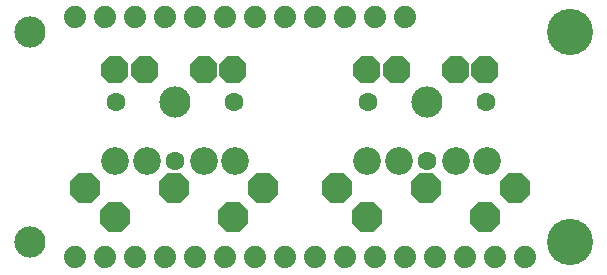
<source format=gbr>
G04 EAGLE Gerber RS-274X export*
G75*
%MOMM*%
%FSLAX34Y34*%
%LPD*%
%INSoldermask Bottom*%
%IPPOS*%
%AMOC8*
5,1,8,0,0,1.08239X$1,22.5*%
G01*
%ADD10C,2.641600*%
%ADD11C,3.911600*%
%ADD12C,1.879600*%
%ADD13P,2.815946X8X22.500000*%
%ADD14P,2.815946X8X292.500000*%
%ADD15P,2.474344X8X22.500000*%
%ADD16C,2.351600*%
%ADD17C,1.601600*%


D10*
X25400Y203200D03*
X25400Y25400D03*
D11*
X482600Y203200D03*
X482600Y25400D03*
D12*
X342900Y215900D03*
X317500Y215900D03*
X292100Y215900D03*
X266700Y215900D03*
X241300Y215900D03*
X215900Y215900D03*
X190500Y215900D03*
X165100Y215900D03*
X139700Y215900D03*
X114300Y215900D03*
X88900Y215900D03*
X63500Y215900D03*
X342900Y12700D03*
X317500Y12700D03*
X292100Y12700D03*
X266700Y12700D03*
X241300Y12700D03*
X215900Y12700D03*
X190500Y12700D03*
X165100Y12700D03*
X139700Y12700D03*
X114300Y12700D03*
X88900Y12700D03*
X63500Y12700D03*
X368300Y12700D03*
X393700Y12700D03*
X419100Y12700D03*
X444500Y12700D03*
D13*
X222320Y71450D03*
D14*
X147320Y71450D03*
D13*
X72320Y71450D03*
X197320Y46450D03*
X97320Y46450D03*
D15*
X122320Y171450D03*
X97320Y171450D03*
X197320Y171450D03*
X172320Y171450D03*
D13*
X435680Y71450D03*
D14*
X360680Y71450D03*
D13*
X285680Y71450D03*
X410680Y46450D03*
X310680Y46450D03*
D15*
X335680Y171450D03*
X310680Y171450D03*
X410680Y171450D03*
X385680Y171450D03*
D10*
X361680Y144450D03*
D16*
X337680Y94450D03*
X385680Y94450D03*
X412680Y94450D03*
X310680Y94450D03*
D17*
X311680Y144450D03*
X411680Y144450D03*
X361680Y94450D03*
D10*
X148320Y144450D03*
D16*
X124320Y94450D03*
X172320Y94450D03*
X199320Y94450D03*
X97320Y94450D03*
D17*
X98320Y144450D03*
X198320Y144450D03*
X148320Y94450D03*
M02*

</source>
